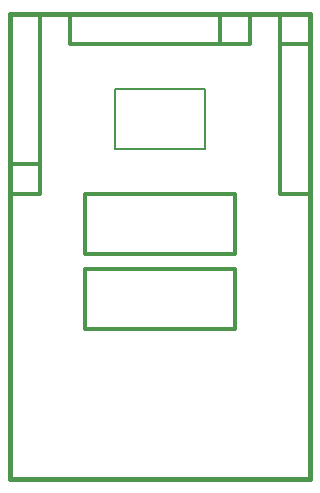
<source format=gbo>
G04 (created by PCBNEW-RS274X (2012-01-19 BZR 3256)-stable) date 07/10/2012 22:08:04*
G01*
G70*
G90*
%MOIN*%
G04 Gerber Fmt 3.4, Leading zero omitted, Abs format*
%FSLAX34Y34*%
G04 APERTURE LIST*
%ADD10C,0.006000*%
%ADD11C,0.015000*%
%ADD12C,0.012000*%
%ADD13C,0.008000*%
G04 APERTURE END LIST*
G54D10*
G54D11*
X86000Y-40000D02*
X76000Y-40000D01*
X86000Y-55500D02*
X86000Y-40000D01*
X76000Y-55500D02*
X86000Y-55500D01*
X76000Y-40000D02*
X76000Y-55500D01*
G54D12*
X83500Y-46000D02*
X78500Y-46000D01*
X78500Y-46000D02*
X78500Y-48000D01*
X78500Y-48000D02*
X83500Y-48000D01*
X83500Y-48000D02*
X83500Y-46000D01*
X83500Y-48500D02*
X78500Y-48500D01*
X78500Y-48500D02*
X78500Y-50500D01*
X78500Y-50500D02*
X83500Y-50500D01*
X83500Y-50500D02*
X83500Y-48500D01*
G54D13*
X82500Y-42500D02*
X79500Y-42500D01*
X79500Y-44500D02*
X82500Y-44500D01*
X82500Y-44500D02*
X82500Y-42500D01*
X79500Y-42500D02*
X79500Y-44500D01*
G54D12*
X76000Y-46000D02*
X77000Y-46000D01*
X77000Y-46000D02*
X77000Y-40000D01*
X77000Y-40000D02*
X76000Y-40000D01*
X76000Y-40000D02*
X76000Y-46000D01*
X76000Y-45000D02*
X77000Y-45000D01*
X84000Y-41000D02*
X84000Y-40000D01*
X84000Y-40000D02*
X78000Y-40000D01*
X78000Y-40000D02*
X78000Y-41000D01*
X78000Y-41000D02*
X84000Y-41000D01*
X83000Y-41000D02*
X83000Y-40000D01*
X86000Y-40000D02*
X85000Y-40000D01*
X85000Y-40000D02*
X85000Y-46000D01*
X85000Y-46000D02*
X86000Y-46000D01*
X86000Y-46000D02*
X86000Y-40000D01*
X86000Y-41000D02*
X85000Y-41000D01*
M02*

</source>
